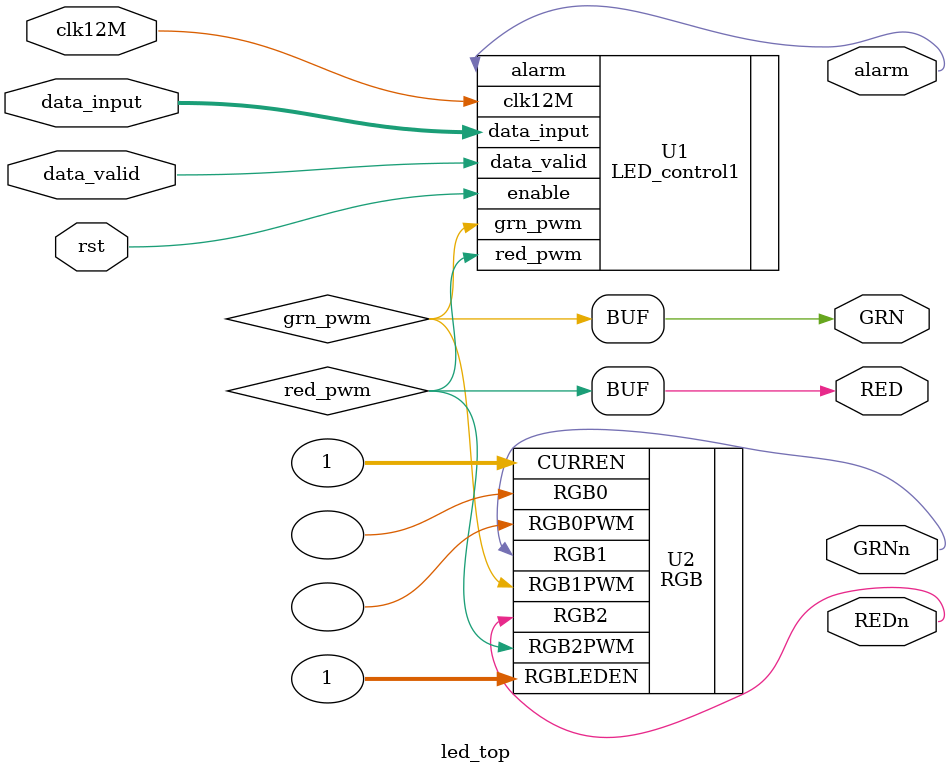
<source format=sv>
module led_top (       
input wire clk12M,
input wire rst,
input wire [7:0] data_input,
input wire data_valid,
output reg REDn,
output reg GRNn,
output reg RED,
output reg GRN,
output reg alarm
); 

wire red_pwm;
wire grn_pwm;

defparam U1.on_hi 			= 2'b10;
defparam U1.on_lo 			= 2'b01;
defparam U1.off   			= 2'b00; 
defparam U1.Brightness		= 4'b0111; 		//	50% Brightness
defparam U2.RGB0_CURRENT 	= "0b111111";
defparam U2.RGB1_CURRENT 	= "0b111111";
defparam U2.RGB2_CURRENT 	= "0b111111";

LED_control1 U1 (.clk12M(clk12M),.enable(rst),.data_input(data_input),.data_valid(data_valid),.red_pwm(red_pwm),.grn_pwm(grn_pwm),.alarm(alarm));


RGB U2 (.CURREN('b1),.RGB0PWM(),.RGB1PWM(grn_pwm),.RGB2PWM(red_pwm),.RGBLEDEN('b1),.RGB0(),.RGB1(GRNn),.RGB2(REDn));

assign RED = red_pwm;
assign GRN = grn_pwm;

endmodule















</source>
